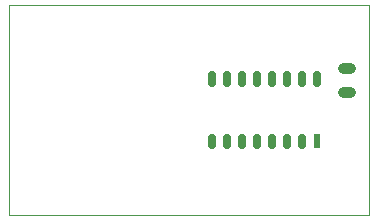
<source format=gbp>
G75*
%MOIN*%
%OFA0B0*%
%FSLAX25Y25*%
%IPPOS*%
%LPD*%
%AMOC8*
5,1,8,0,0,1.08239X$1,22.5*
%
%ADD10C,0.00000*%
%ADD11C,0.03564*%
%ADD12R,0.02362X0.05118*%
%ADD13C,0.02339*%
D10*
X0001250Y0001000D02*
X0001250Y0071000D01*
X0121250Y0071000D01*
X0121250Y0001000D01*
X0001250Y0001000D01*
D11*
X0114968Y0042032D02*
X0114968Y0042068D01*
X0114968Y0042032D02*
X0112532Y0042032D01*
X0112532Y0042068D01*
X0114968Y0042068D01*
X0114968Y0049932D02*
X0114968Y0049968D01*
X0114968Y0049932D02*
X0112532Y0049932D01*
X0112532Y0049968D01*
X0114968Y0049968D01*
D12*
X0103750Y0025567D03*
D13*
X0098762Y0026957D02*
X0098762Y0024177D01*
X0098738Y0024177D01*
X0098738Y0026957D01*
X0098762Y0026957D01*
X0098762Y0026515D02*
X0098738Y0026515D01*
X0093762Y0026957D02*
X0093762Y0024177D01*
X0093738Y0024177D01*
X0093738Y0026957D01*
X0093762Y0026957D01*
X0093762Y0026515D02*
X0093738Y0026515D01*
X0088762Y0026957D02*
X0088762Y0024177D01*
X0088738Y0024177D01*
X0088738Y0026957D01*
X0088762Y0026957D01*
X0088762Y0026515D02*
X0088738Y0026515D01*
X0083762Y0026957D02*
X0083762Y0024177D01*
X0083738Y0024177D01*
X0083738Y0026957D01*
X0083762Y0026957D01*
X0083762Y0026515D02*
X0083738Y0026515D01*
X0078762Y0026957D02*
X0078762Y0024177D01*
X0078738Y0024177D01*
X0078738Y0026957D01*
X0078762Y0026957D01*
X0078762Y0026515D02*
X0078738Y0026515D01*
X0073762Y0026957D02*
X0073762Y0024177D01*
X0073738Y0024177D01*
X0073738Y0026957D01*
X0073762Y0026957D01*
X0073762Y0026515D02*
X0073738Y0026515D01*
X0068762Y0026957D02*
X0068762Y0024177D01*
X0068738Y0024177D01*
X0068738Y0026957D01*
X0068762Y0026957D01*
X0068762Y0026515D02*
X0068738Y0026515D01*
X0068762Y0045043D02*
X0068762Y0047823D01*
X0068762Y0045043D02*
X0068738Y0045043D01*
X0068738Y0047823D01*
X0068762Y0047823D01*
X0068762Y0047381D02*
X0068738Y0047381D01*
X0073762Y0047823D02*
X0073762Y0045043D01*
X0073738Y0045043D01*
X0073738Y0047823D01*
X0073762Y0047823D01*
X0073762Y0047381D02*
X0073738Y0047381D01*
X0078762Y0047823D02*
X0078762Y0045043D01*
X0078738Y0045043D01*
X0078738Y0047823D01*
X0078762Y0047823D01*
X0078762Y0047381D02*
X0078738Y0047381D01*
X0083762Y0047823D02*
X0083762Y0045043D01*
X0083738Y0045043D01*
X0083738Y0047823D01*
X0083762Y0047823D01*
X0083762Y0047381D02*
X0083738Y0047381D01*
X0088762Y0047823D02*
X0088762Y0045043D01*
X0088738Y0045043D01*
X0088738Y0047823D01*
X0088762Y0047823D01*
X0088762Y0047381D02*
X0088738Y0047381D01*
X0093762Y0047823D02*
X0093762Y0045043D01*
X0093738Y0045043D01*
X0093738Y0047823D01*
X0093762Y0047823D01*
X0093762Y0047381D02*
X0093738Y0047381D01*
X0098762Y0047823D02*
X0098762Y0045043D01*
X0098738Y0045043D01*
X0098738Y0047823D01*
X0098762Y0047823D01*
X0098762Y0047381D02*
X0098738Y0047381D01*
X0103762Y0047823D02*
X0103762Y0045043D01*
X0103738Y0045043D01*
X0103738Y0047823D01*
X0103762Y0047823D01*
X0103762Y0047381D02*
X0103738Y0047381D01*
M02*

</source>
